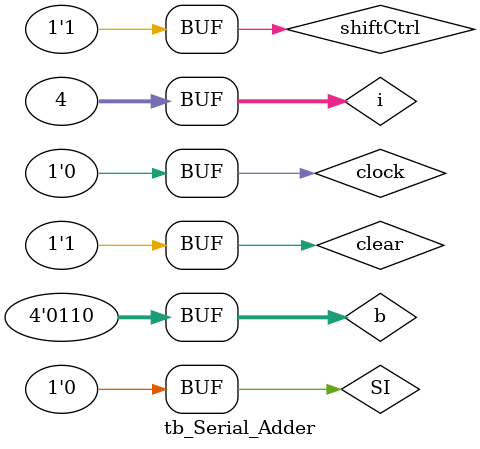
<source format=v>
`timescale 1s / 1ns
module ShiftReg(in, en, clock, q);
  parameter n = 4;
  input in, en, clock;
  output[n-1:0] q;
  reg [n-1:0]q;
  initial
    q = 4'd10;
  always @ (posedge clock)
    begin
      if(en)
        q = {in, q[n-1:1]};
    end
endmodule

module DFlipFlop_Async_Clear(d, not_clear, clock, q);
  input d, not_clear, clock;
  output  q;
  reg q;
  always @ (negedge not_clear or posedge clock)
    begin
      if(!not_clear)
        q <= 1'b0;
      else
        q <= d;
    end
endmodule

module FADDER_1bit (Cout, Sum, In1, In2, Cin);
    input In1, In2, Cin;
    output Cout;
    output Sum;
    assign {Cout,Sum} = In1+In2+Cin;
endmodule

module Serial_Adder_4bit(SO1, sum, SI, shiftCtrl, clear, clock);
    initial
    begin
      $dumpfile("Serial_Adder_4bit.vcd");
      $dumpvars;
    end

    output[3:0] SO1;
    output sum;
    input SI, shiftCtrl, clear, clock;

    wire cout, q, sum;
    wire[3:0] SO1, SO2;

    ShiftReg SR1(sum, shiftCtrl, clock, SO1);
    ShiftReg SR2(SI, shiftCtrl, clock, SO2);

    FADDER_1bit FA(cout, sum, SO1[0], SO2[0], q);
    DFlipFlop_Async_Clear DFF(cout, clear, clock & shiftCtrl, q);

endmodule

module tb_Serial_Adder;
    reg SI, shiftCtrl, clear, clock;
    wire[3:0] a;
    wire sum;

    reg[0:3] b;

    integer i;

    Serial_Adder_4bit SA(a, sum, SI, shiftCtrl, clear, clock);

    always @(posedge clock)
        $display($time, " ShftCtrl = %b ", shiftCtrl, " SI = %b ", SI," sum:= ",sum ," Acc = %b ", a, "Clk: = ",clock," dff_out = %b ", SA.DFF.q);

    initial
        begin
          shiftCtrl = 1'b1;
          clock = 1'b0;
          clear = 1'b0;
          #2 clear = 1'b1;
          
        //   a = 4'b0111;
          b = 4'b0110;

          for(i = 0; i < 4; i++)
          begin
            SI = b[i];
            #2 clock = 1'b1;
            #2 clock = 1'b0;
          end
        end

endmodule
</source>
